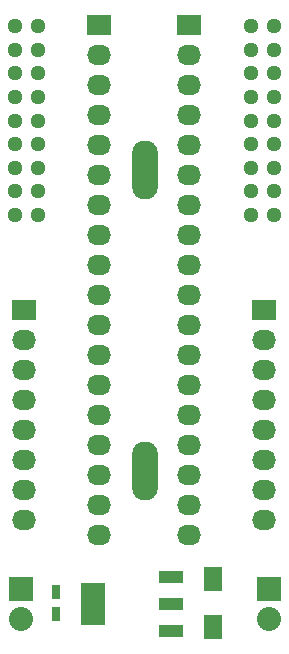
<source format=gbs>
G04 #@! TF.FileFunction,Soldermask,Bot*
%FSLAX46Y46*%
G04 Gerber Fmt 4.6, Leading zero omitted, Abs format (unit mm)*
G04 Created by KiCad (PCBNEW 4.0.5+dfsg1-4~bpo8+1) date Sat Jun 24 18:36:41 2017*
%MOMM*%
%LPD*%
G01*
G04 APERTURE LIST*
%ADD10C,0.100000*%
%ADD11C,1.300480*%
%ADD12O,2.200000X5.000000*%
%ADD13R,2.032000X3.657600*%
%ADD14R,2.032000X1.016000*%
%ADD15R,2.032000X1.727200*%
%ADD16O,2.032000X1.727200*%
%ADD17R,1.600000X2.000000*%
%ADD18R,0.750000X1.200000*%
%ADD19R,2.032000X2.032000*%
%ADD20O,2.032000X2.032000*%
G04 APERTURE END LIST*
D10*
D11*
X162990000Y-48310000D03*
X164990000Y-48310000D03*
X162990000Y-50310000D03*
X164990000Y-50310000D03*
X162990000Y-52310000D03*
X164990000Y-52310000D03*
X162990000Y-54310000D03*
X164990000Y-54310000D03*
X162990000Y-56310000D03*
X164990000Y-56310000D03*
X162990000Y-58310000D03*
X164990000Y-58310000D03*
X162990000Y-60310000D03*
X164990000Y-60310000D03*
X162990000Y-62310000D03*
X164990000Y-62310000D03*
X162990000Y-64310000D03*
X164990000Y-64310000D03*
X184990000Y-64310000D03*
X182990000Y-64310000D03*
X184990000Y-62310000D03*
X182990000Y-62310000D03*
X184990000Y-60310000D03*
X182990000Y-60310000D03*
X184990000Y-58310000D03*
X182990000Y-58310000D03*
X184990000Y-56310000D03*
X182990000Y-56310000D03*
X184990000Y-54310000D03*
X182990000Y-54310000D03*
X184990000Y-52310000D03*
X182990000Y-52310000D03*
X184990000Y-50310000D03*
X182990000Y-50310000D03*
X184990000Y-48310000D03*
X182990000Y-48310000D03*
D12*
X174000000Y-86000000D03*
X174000000Y-60500000D03*
D13*
X169672000Y-97282000D03*
D14*
X176276000Y-97282000D03*
X176276000Y-99568000D03*
X176276000Y-94996000D03*
D15*
X170180000Y-48260000D03*
D16*
X170180000Y-50800000D03*
X170180000Y-53340000D03*
X170180000Y-55880000D03*
X170180000Y-58420000D03*
X170180000Y-60960000D03*
X170180000Y-63500000D03*
X170180000Y-66040000D03*
X170180000Y-68580000D03*
X170180000Y-71120000D03*
X170180000Y-73660000D03*
X170180000Y-76200000D03*
X170180000Y-78740000D03*
X170180000Y-81280000D03*
X170180000Y-83820000D03*
X170180000Y-86360000D03*
X170180000Y-88900000D03*
X170180000Y-91440000D03*
D15*
X163830000Y-72390000D03*
D16*
X163830000Y-74930000D03*
X163830000Y-77470000D03*
X163830000Y-80010000D03*
X163830000Y-82550000D03*
X163830000Y-85090000D03*
X163830000Y-87630000D03*
X163830000Y-90170000D03*
D15*
X177800000Y-48260000D03*
D16*
X177800000Y-50800000D03*
X177800000Y-53340000D03*
X177800000Y-55880000D03*
X177800000Y-58420000D03*
X177800000Y-60960000D03*
X177800000Y-63500000D03*
X177800000Y-66040000D03*
X177800000Y-68580000D03*
X177800000Y-71120000D03*
X177800000Y-73660000D03*
X177800000Y-76200000D03*
X177800000Y-78740000D03*
X177800000Y-81280000D03*
X177800000Y-83820000D03*
X177800000Y-86360000D03*
X177800000Y-88900000D03*
X177800000Y-91440000D03*
D15*
X184150000Y-72390000D03*
D16*
X184150000Y-74930000D03*
X184150000Y-77470000D03*
X184150000Y-80010000D03*
X184150000Y-82550000D03*
X184150000Y-85090000D03*
X184150000Y-87630000D03*
X184150000Y-90170000D03*
D17*
X179832000Y-99155000D03*
X179832000Y-95155000D03*
D18*
X166497000Y-98105000D03*
X166497000Y-96205000D03*
D19*
X184500000Y-96000000D03*
D20*
X184500000Y-98540000D03*
D19*
X163500000Y-96000000D03*
D20*
X163500000Y-98540000D03*
M02*

</source>
